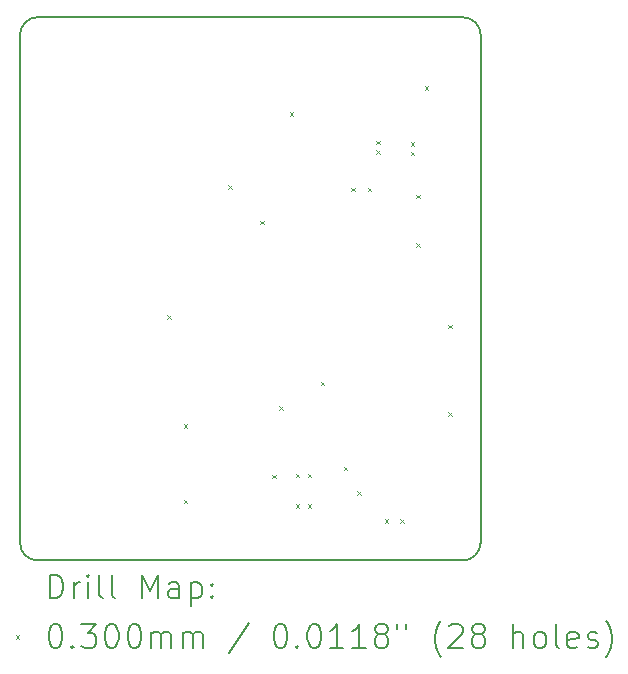
<source format=gbr>
%TF.GenerationSoftware,KiCad,Pcbnew,8.0.4*%
%TF.CreationDate,2025-03-17T12:40:50-07:00*%
%TF.ProjectId,displaypcb,64697370-6c61-4797-9063-622e6b696361,2*%
%TF.SameCoordinates,Original*%
%TF.FileFunction,Drillmap*%
%TF.FilePolarity,Positive*%
%FSLAX45Y45*%
G04 Gerber Fmt 4.5, Leading zero omitted, Abs format (unit mm)*
G04 Created by KiCad (PCBNEW 8.0.4) date 2025-03-17 12:40:50*
%MOMM*%
%LPD*%
G01*
G04 APERTURE LIST*
%ADD10C,0.150000*%
%ADD11C,0.200000*%
%ADD12C,0.100000*%
G04 APERTURE END LIST*
D10*
X11500000Y-12150000D02*
G75*
G02*
X11350000Y-12300000I-150000J0D01*
G01*
X7600000Y-7850000D02*
X7600000Y-12150000D01*
X7750000Y-12300000D02*
G75*
G02*
X7600000Y-12150000I0J150000D01*
G01*
X11350000Y-12300000D02*
X7750000Y-12300000D01*
X11500000Y-7850000D02*
X11500000Y-12150000D01*
X11350000Y-7700000D02*
G75*
G02*
X11500000Y-7850000I0J-150000D01*
G01*
X7750000Y-7700000D02*
X11350000Y-7700000D01*
X7600000Y-7850000D02*
G75*
G02*
X7750000Y-7700000I150000J0D01*
G01*
D11*
D12*
X8845000Y-10225000D02*
X8875000Y-10255000D01*
X8875000Y-10225000D02*
X8845000Y-10255000D01*
X8985000Y-11145000D02*
X9015000Y-11175000D01*
X9015000Y-11145000D02*
X8985000Y-11175000D01*
X8985000Y-11785000D02*
X9015000Y-11815000D01*
X9015000Y-11785000D02*
X8985000Y-11815000D01*
X9365000Y-9125000D02*
X9395000Y-9155000D01*
X9395000Y-9125000D02*
X9365000Y-9155000D01*
X9635000Y-9425000D02*
X9665000Y-9455000D01*
X9665000Y-9425000D02*
X9635000Y-9455000D01*
X9735000Y-11575000D02*
X9765000Y-11605000D01*
X9765000Y-11575000D02*
X9735000Y-11605000D01*
X9795000Y-10995000D02*
X9825000Y-11025000D01*
X9825000Y-10995000D02*
X9795000Y-11025000D01*
X9885000Y-8505000D02*
X9915000Y-8535000D01*
X9915000Y-8505000D02*
X9885000Y-8535000D01*
X9935000Y-11565000D02*
X9965000Y-11595000D01*
X9965000Y-11565000D02*
X9935000Y-11595000D01*
X9935000Y-11825000D02*
X9965000Y-11855000D01*
X9965000Y-11825000D02*
X9935000Y-11855000D01*
X10035000Y-11565000D02*
X10065000Y-11595000D01*
X10065000Y-11565000D02*
X10035000Y-11595000D01*
X10035000Y-11825000D02*
X10065000Y-11855000D01*
X10065000Y-11825000D02*
X10035000Y-11855000D01*
X10145000Y-10785000D02*
X10175000Y-10815000D01*
X10175000Y-10785000D02*
X10145000Y-10815000D01*
X10340000Y-11505000D02*
X10370000Y-11535000D01*
X10370000Y-11505000D02*
X10340000Y-11535000D01*
X10405000Y-9145000D02*
X10435000Y-9175000D01*
X10435000Y-9145000D02*
X10405000Y-9175000D01*
X10455000Y-11715000D02*
X10485000Y-11745000D01*
X10485000Y-11715000D02*
X10455000Y-11745000D01*
X10545000Y-9145000D02*
X10575000Y-9175000D01*
X10575000Y-9145000D02*
X10545000Y-9175000D01*
X10615000Y-8745000D02*
X10645000Y-8775000D01*
X10645000Y-8745000D02*
X10615000Y-8775000D01*
X10615000Y-8825000D02*
X10645000Y-8855000D01*
X10645000Y-8825000D02*
X10615000Y-8855000D01*
X10690000Y-11950000D02*
X10720000Y-11980000D01*
X10720000Y-11950000D02*
X10690000Y-11980000D01*
X10820000Y-11950000D02*
X10850000Y-11980000D01*
X10850000Y-11950000D02*
X10820000Y-11980000D01*
X10910000Y-8760000D02*
X10940000Y-8790000D01*
X10940000Y-8760000D02*
X10910000Y-8790000D01*
X10910000Y-8840000D02*
X10940000Y-8870000D01*
X10940000Y-8840000D02*
X10910000Y-8870000D01*
X10955000Y-9205000D02*
X10985000Y-9235000D01*
X10985000Y-9205000D02*
X10955000Y-9235000D01*
X10955000Y-9615000D02*
X10985000Y-9645000D01*
X10985000Y-9615000D02*
X10955000Y-9645000D01*
X11025000Y-8285000D02*
X11055000Y-8315000D01*
X11055000Y-8285000D02*
X11025000Y-8315000D01*
X11225000Y-10305000D02*
X11255000Y-10335000D01*
X11255000Y-10305000D02*
X11225000Y-10335000D01*
X11225000Y-11045000D02*
X11255000Y-11075000D01*
X11255000Y-11045000D02*
X11225000Y-11075000D01*
D11*
X7853277Y-12618984D02*
X7853277Y-12418984D01*
X7853277Y-12418984D02*
X7900896Y-12418984D01*
X7900896Y-12418984D02*
X7929467Y-12428508D01*
X7929467Y-12428508D02*
X7948515Y-12447555D01*
X7948515Y-12447555D02*
X7958039Y-12466603D01*
X7958039Y-12466603D02*
X7967562Y-12504698D01*
X7967562Y-12504698D02*
X7967562Y-12533269D01*
X7967562Y-12533269D02*
X7958039Y-12571365D01*
X7958039Y-12571365D02*
X7948515Y-12590412D01*
X7948515Y-12590412D02*
X7929467Y-12609460D01*
X7929467Y-12609460D02*
X7900896Y-12618984D01*
X7900896Y-12618984D02*
X7853277Y-12618984D01*
X8053277Y-12618984D02*
X8053277Y-12485650D01*
X8053277Y-12523746D02*
X8062801Y-12504698D01*
X8062801Y-12504698D02*
X8072324Y-12495174D01*
X8072324Y-12495174D02*
X8091372Y-12485650D01*
X8091372Y-12485650D02*
X8110420Y-12485650D01*
X8177086Y-12618984D02*
X8177086Y-12485650D01*
X8177086Y-12418984D02*
X8167562Y-12428508D01*
X8167562Y-12428508D02*
X8177086Y-12438031D01*
X8177086Y-12438031D02*
X8186610Y-12428508D01*
X8186610Y-12428508D02*
X8177086Y-12418984D01*
X8177086Y-12418984D02*
X8177086Y-12438031D01*
X8300896Y-12618984D02*
X8281848Y-12609460D01*
X8281848Y-12609460D02*
X8272324Y-12590412D01*
X8272324Y-12590412D02*
X8272324Y-12418984D01*
X8405658Y-12618984D02*
X8386610Y-12609460D01*
X8386610Y-12609460D02*
X8377086Y-12590412D01*
X8377086Y-12590412D02*
X8377086Y-12418984D01*
X8634229Y-12618984D02*
X8634229Y-12418984D01*
X8634229Y-12418984D02*
X8700896Y-12561841D01*
X8700896Y-12561841D02*
X8767563Y-12418984D01*
X8767563Y-12418984D02*
X8767563Y-12618984D01*
X8948515Y-12618984D02*
X8948515Y-12514222D01*
X8948515Y-12514222D02*
X8938991Y-12495174D01*
X8938991Y-12495174D02*
X8919944Y-12485650D01*
X8919944Y-12485650D02*
X8881848Y-12485650D01*
X8881848Y-12485650D02*
X8862801Y-12495174D01*
X8948515Y-12609460D02*
X8929467Y-12618984D01*
X8929467Y-12618984D02*
X8881848Y-12618984D01*
X8881848Y-12618984D02*
X8862801Y-12609460D01*
X8862801Y-12609460D02*
X8853277Y-12590412D01*
X8853277Y-12590412D02*
X8853277Y-12571365D01*
X8853277Y-12571365D02*
X8862801Y-12552317D01*
X8862801Y-12552317D02*
X8881848Y-12542793D01*
X8881848Y-12542793D02*
X8929467Y-12542793D01*
X8929467Y-12542793D02*
X8948515Y-12533269D01*
X9043753Y-12485650D02*
X9043753Y-12685650D01*
X9043753Y-12495174D02*
X9062801Y-12485650D01*
X9062801Y-12485650D02*
X9100896Y-12485650D01*
X9100896Y-12485650D02*
X9119944Y-12495174D01*
X9119944Y-12495174D02*
X9129467Y-12504698D01*
X9129467Y-12504698D02*
X9138991Y-12523746D01*
X9138991Y-12523746D02*
X9138991Y-12580888D01*
X9138991Y-12580888D02*
X9129467Y-12599936D01*
X9129467Y-12599936D02*
X9119944Y-12609460D01*
X9119944Y-12609460D02*
X9100896Y-12618984D01*
X9100896Y-12618984D02*
X9062801Y-12618984D01*
X9062801Y-12618984D02*
X9043753Y-12609460D01*
X9224705Y-12599936D02*
X9234229Y-12609460D01*
X9234229Y-12609460D02*
X9224705Y-12618984D01*
X9224705Y-12618984D02*
X9215182Y-12609460D01*
X9215182Y-12609460D02*
X9224705Y-12599936D01*
X9224705Y-12599936D02*
X9224705Y-12618984D01*
X9224705Y-12495174D02*
X9234229Y-12504698D01*
X9234229Y-12504698D02*
X9224705Y-12514222D01*
X9224705Y-12514222D02*
X9215182Y-12504698D01*
X9215182Y-12504698D02*
X9224705Y-12495174D01*
X9224705Y-12495174D02*
X9224705Y-12514222D01*
D12*
X7562500Y-12932500D02*
X7592500Y-12962500D01*
X7592500Y-12932500D02*
X7562500Y-12962500D01*
D11*
X7891372Y-12838984D02*
X7910420Y-12838984D01*
X7910420Y-12838984D02*
X7929467Y-12848508D01*
X7929467Y-12848508D02*
X7938991Y-12858031D01*
X7938991Y-12858031D02*
X7948515Y-12877079D01*
X7948515Y-12877079D02*
X7958039Y-12915174D01*
X7958039Y-12915174D02*
X7958039Y-12962793D01*
X7958039Y-12962793D02*
X7948515Y-13000888D01*
X7948515Y-13000888D02*
X7938991Y-13019936D01*
X7938991Y-13019936D02*
X7929467Y-13029460D01*
X7929467Y-13029460D02*
X7910420Y-13038984D01*
X7910420Y-13038984D02*
X7891372Y-13038984D01*
X7891372Y-13038984D02*
X7872324Y-13029460D01*
X7872324Y-13029460D02*
X7862801Y-13019936D01*
X7862801Y-13019936D02*
X7853277Y-13000888D01*
X7853277Y-13000888D02*
X7843753Y-12962793D01*
X7843753Y-12962793D02*
X7843753Y-12915174D01*
X7843753Y-12915174D02*
X7853277Y-12877079D01*
X7853277Y-12877079D02*
X7862801Y-12858031D01*
X7862801Y-12858031D02*
X7872324Y-12848508D01*
X7872324Y-12848508D02*
X7891372Y-12838984D01*
X8043753Y-13019936D02*
X8053277Y-13029460D01*
X8053277Y-13029460D02*
X8043753Y-13038984D01*
X8043753Y-13038984D02*
X8034229Y-13029460D01*
X8034229Y-13029460D02*
X8043753Y-13019936D01*
X8043753Y-13019936D02*
X8043753Y-13038984D01*
X8119943Y-12838984D02*
X8243753Y-12838984D01*
X8243753Y-12838984D02*
X8177086Y-12915174D01*
X8177086Y-12915174D02*
X8205658Y-12915174D01*
X8205658Y-12915174D02*
X8224705Y-12924698D01*
X8224705Y-12924698D02*
X8234229Y-12934222D01*
X8234229Y-12934222D02*
X8243753Y-12953269D01*
X8243753Y-12953269D02*
X8243753Y-13000888D01*
X8243753Y-13000888D02*
X8234229Y-13019936D01*
X8234229Y-13019936D02*
X8224705Y-13029460D01*
X8224705Y-13029460D02*
X8205658Y-13038984D01*
X8205658Y-13038984D02*
X8148515Y-13038984D01*
X8148515Y-13038984D02*
X8129467Y-13029460D01*
X8129467Y-13029460D02*
X8119943Y-13019936D01*
X8367562Y-12838984D02*
X8386610Y-12838984D01*
X8386610Y-12838984D02*
X8405658Y-12848508D01*
X8405658Y-12848508D02*
X8415182Y-12858031D01*
X8415182Y-12858031D02*
X8424705Y-12877079D01*
X8424705Y-12877079D02*
X8434229Y-12915174D01*
X8434229Y-12915174D02*
X8434229Y-12962793D01*
X8434229Y-12962793D02*
X8424705Y-13000888D01*
X8424705Y-13000888D02*
X8415182Y-13019936D01*
X8415182Y-13019936D02*
X8405658Y-13029460D01*
X8405658Y-13029460D02*
X8386610Y-13038984D01*
X8386610Y-13038984D02*
X8367562Y-13038984D01*
X8367562Y-13038984D02*
X8348515Y-13029460D01*
X8348515Y-13029460D02*
X8338991Y-13019936D01*
X8338991Y-13019936D02*
X8329467Y-13000888D01*
X8329467Y-13000888D02*
X8319943Y-12962793D01*
X8319943Y-12962793D02*
X8319943Y-12915174D01*
X8319943Y-12915174D02*
X8329467Y-12877079D01*
X8329467Y-12877079D02*
X8338991Y-12858031D01*
X8338991Y-12858031D02*
X8348515Y-12848508D01*
X8348515Y-12848508D02*
X8367562Y-12838984D01*
X8558039Y-12838984D02*
X8577086Y-12838984D01*
X8577086Y-12838984D02*
X8596134Y-12848508D01*
X8596134Y-12848508D02*
X8605658Y-12858031D01*
X8605658Y-12858031D02*
X8615182Y-12877079D01*
X8615182Y-12877079D02*
X8624705Y-12915174D01*
X8624705Y-12915174D02*
X8624705Y-12962793D01*
X8624705Y-12962793D02*
X8615182Y-13000888D01*
X8615182Y-13000888D02*
X8605658Y-13019936D01*
X8605658Y-13019936D02*
X8596134Y-13029460D01*
X8596134Y-13029460D02*
X8577086Y-13038984D01*
X8577086Y-13038984D02*
X8558039Y-13038984D01*
X8558039Y-13038984D02*
X8538991Y-13029460D01*
X8538991Y-13029460D02*
X8529467Y-13019936D01*
X8529467Y-13019936D02*
X8519944Y-13000888D01*
X8519944Y-13000888D02*
X8510420Y-12962793D01*
X8510420Y-12962793D02*
X8510420Y-12915174D01*
X8510420Y-12915174D02*
X8519944Y-12877079D01*
X8519944Y-12877079D02*
X8529467Y-12858031D01*
X8529467Y-12858031D02*
X8538991Y-12848508D01*
X8538991Y-12848508D02*
X8558039Y-12838984D01*
X8710420Y-13038984D02*
X8710420Y-12905650D01*
X8710420Y-12924698D02*
X8719944Y-12915174D01*
X8719944Y-12915174D02*
X8738991Y-12905650D01*
X8738991Y-12905650D02*
X8767563Y-12905650D01*
X8767563Y-12905650D02*
X8786610Y-12915174D01*
X8786610Y-12915174D02*
X8796134Y-12934222D01*
X8796134Y-12934222D02*
X8796134Y-13038984D01*
X8796134Y-12934222D02*
X8805658Y-12915174D01*
X8805658Y-12915174D02*
X8824705Y-12905650D01*
X8824705Y-12905650D02*
X8853277Y-12905650D01*
X8853277Y-12905650D02*
X8872325Y-12915174D01*
X8872325Y-12915174D02*
X8881848Y-12934222D01*
X8881848Y-12934222D02*
X8881848Y-13038984D01*
X8977086Y-13038984D02*
X8977086Y-12905650D01*
X8977086Y-12924698D02*
X8986610Y-12915174D01*
X8986610Y-12915174D02*
X9005658Y-12905650D01*
X9005658Y-12905650D02*
X9034229Y-12905650D01*
X9034229Y-12905650D02*
X9053277Y-12915174D01*
X9053277Y-12915174D02*
X9062801Y-12934222D01*
X9062801Y-12934222D02*
X9062801Y-13038984D01*
X9062801Y-12934222D02*
X9072325Y-12915174D01*
X9072325Y-12915174D02*
X9091372Y-12905650D01*
X9091372Y-12905650D02*
X9119944Y-12905650D01*
X9119944Y-12905650D02*
X9138991Y-12915174D01*
X9138991Y-12915174D02*
X9148515Y-12934222D01*
X9148515Y-12934222D02*
X9148515Y-13038984D01*
X9538991Y-12829460D02*
X9367563Y-13086603D01*
X9796134Y-12838984D02*
X9815182Y-12838984D01*
X9815182Y-12838984D02*
X9834229Y-12848508D01*
X9834229Y-12848508D02*
X9843753Y-12858031D01*
X9843753Y-12858031D02*
X9853277Y-12877079D01*
X9853277Y-12877079D02*
X9862801Y-12915174D01*
X9862801Y-12915174D02*
X9862801Y-12962793D01*
X9862801Y-12962793D02*
X9853277Y-13000888D01*
X9853277Y-13000888D02*
X9843753Y-13019936D01*
X9843753Y-13019936D02*
X9834229Y-13029460D01*
X9834229Y-13029460D02*
X9815182Y-13038984D01*
X9815182Y-13038984D02*
X9796134Y-13038984D01*
X9796134Y-13038984D02*
X9777087Y-13029460D01*
X9777087Y-13029460D02*
X9767563Y-13019936D01*
X9767563Y-13019936D02*
X9758039Y-13000888D01*
X9758039Y-13000888D02*
X9748515Y-12962793D01*
X9748515Y-12962793D02*
X9748515Y-12915174D01*
X9748515Y-12915174D02*
X9758039Y-12877079D01*
X9758039Y-12877079D02*
X9767563Y-12858031D01*
X9767563Y-12858031D02*
X9777087Y-12848508D01*
X9777087Y-12848508D02*
X9796134Y-12838984D01*
X9948515Y-13019936D02*
X9958039Y-13029460D01*
X9958039Y-13029460D02*
X9948515Y-13038984D01*
X9948515Y-13038984D02*
X9938991Y-13029460D01*
X9938991Y-13029460D02*
X9948515Y-13019936D01*
X9948515Y-13019936D02*
X9948515Y-13038984D01*
X10081848Y-12838984D02*
X10100896Y-12838984D01*
X10100896Y-12838984D02*
X10119944Y-12848508D01*
X10119944Y-12848508D02*
X10129468Y-12858031D01*
X10129468Y-12858031D02*
X10138991Y-12877079D01*
X10138991Y-12877079D02*
X10148515Y-12915174D01*
X10148515Y-12915174D02*
X10148515Y-12962793D01*
X10148515Y-12962793D02*
X10138991Y-13000888D01*
X10138991Y-13000888D02*
X10129468Y-13019936D01*
X10129468Y-13019936D02*
X10119944Y-13029460D01*
X10119944Y-13029460D02*
X10100896Y-13038984D01*
X10100896Y-13038984D02*
X10081848Y-13038984D01*
X10081848Y-13038984D02*
X10062801Y-13029460D01*
X10062801Y-13029460D02*
X10053277Y-13019936D01*
X10053277Y-13019936D02*
X10043753Y-13000888D01*
X10043753Y-13000888D02*
X10034229Y-12962793D01*
X10034229Y-12962793D02*
X10034229Y-12915174D01*
X10034229Y-12915174D02*
X10043753Y-12877079D01*
X10043753Y-12877079D02*
X10053277Y-12858031D01*
X10053277Y-12858031D02*
X10062801Y-12848508D01*
X10062801Y-12848508D02*
X10081848Y-12838984D01*
X10338991Y-13038984D02*
X10224706Y-13038984D01*
X10281848Y-13038984D02*
X10281848Y-12838984D01*
X10281848Y-12838984D02*
X10262801Y-12867555D01*
X10262801Y-12867555D02*
X10243753Y-12886603D01*
X10243753Y-12886603D02*
X10224706Y-12896127D01*
X10529468Y-13038984D02*
X10415182Y-13038984D01*
X10472325Y-13038984D02*
X10472325Y-12838984D01*
X10472325Y-12838984D02*
X10453277Y-12867555D01*
X10453277Y-12867555D02*
X10434229Y-12886603D01*
X10434229Y-12886603D02*
X10415182Y-12896127D01*
X10643753Y-12924698D02*
X10624706Y-12915174D01*
X10624706Y-12915174D02*
X10615182Y-12905650D01*
X10615182Y-12905650D02*
X10605658Y-12886603D01*
X10605658Y-12886603D02*
X10605658Y-12877079D01*
X10605658Y-12877079D02*
X10615182Y-12858031D01*
X10615182Y-12858031D02*
X10624706Y-12848508D01*
X10624706Y-12848508D02*
X10643753Y-12838984D01*
X10643753Y-12838984D02*
X10681849Y-12838984D01*
X10681849Y-12838984D02*
X10700896Y-12848508D01*
X10700896Y-12848508D02*
X10710420Y-12858031D01*
X10710420Y-12858031D02*
X10719944Y-12877079D01*
X10719944Y-12877079D02*
X10719944Y-12886603D01*
X10719944Y-12886603D02*
X10710420Y-12905650D01*
X10710420Y-12905650D02*
X10700896Y-12915174D01*
X10700896Y-12915174D02*
X10681849Y-12924698D01*
X10681849Y-12924698D02*
X10643753Y-12924698D01*
X10643753Y-12924698D02*
X10624706Y-12934222D01*
X10624706Y-12934222D02*
X10615182Y-12943746D01*
X10615182Y-12943746D02*
X10605658Y-12962793D01*
X10605658Y-12962793D02*
X10605658Y-13000888D01*
X10605658Y-13000888D02*
X10615182Y-13019936D01*
X10615182Y-13019936D02*
X10624706Y-13029460D01*
X10624706Y-13029460D02*
X10643753Y-13038984D01*
X10643753Y-13038984D02*
X10681849Y-13038984D01*
X10681849Y-13038984D02*
X10700896Y-13029460D01*
X10700896Y-13029460D02*
X10710420Y-13019936D01*
X10710420Y-13019936D02*
X10719944Y-13000888D01*
X10719944Y-13000888D02*
X10719944Y-12962793D01*
X10719944Y-12962793D02*
X10710420Y-12943746D01*
X10710420Y-12943746D02*
X10700896Y-12934222D01*
X10700896Y-12934222D02*
X10681849Y-12924698D01*
X10796134Y-12838984D02*
X10796134Y-12877079D01*
X10872325Y-12838984D02*
X10872325Y-12877079D01*
X11167563Y-13115174D02*
X11158039Y-13105650D01*
X11158039Y-13105650D02*
X11138991Y-13077079D01*
X11138991Y-13077079D02*
X11129468Y-13058031D01*
X11129468Y-13058031D02*
X11119944Y-13029460D01*
X11119944Y-13029460D02*
X11110420Y-12981841D01*
X11110420Y-12981841D02*
X11110420Y-12943746D01*
X11110420Y-12943746D02*
X11119944Y-12896127D01*
X11119944Y-12896127D02*
X11129468Y-12867555D01*
X11129468Y-12867555D02*
X11138991Y-12848508D01*
X11138991Y-12848508D02*
X11158039Y-12819936D01*
X11158039Y-12819936D02*
X11167563Y-12810412D01*
X11234229Y-12858031D02*
X11243753Y-12848508D01*
X11243753Y-12848508D02*
X11262801Y-12838984D01*
X11262801Y-12838984D02*
X11310420Y-12838984D01*
X11310420Y-12838984D02*
X11329468Y-12848508D01*
X11329468Y-12848508D02*
X11338991Y-12858031D01*
X11338991Y-12858031D02*
X11348515Y-12877079D01*
X11348515Y-12877079D02*
X11348515Y-12896127D01*
X11348515Y-12896127D02*
X11338991Y-12924698D01*
X11338991Y-12924698D02*
X11224706Y-13038984D01*
X11224706Y-13038984D02*
X11348515Y-13038984D01*
X11462801Y-12924698D02*
X11443753Y-12915174D01*
X11443753Y-12915174D02*
X11434229Y-12905650D01*
X11434229Y-12905650D02*
X11424706Y-12886603D01*
X11424706Y-12886603D02*
X11424706Y-12877079D01*
X11424706Y-12877079D02*
X11434229Y-12858031D01*
X11434229Y-12858031D02*
X11443753Y-12848508D01*
X11443753Y-12848508D02*
X11462801Y-12838984D01*
X11462801Y-12838984D02*
X11500896Y-12838984D01*
X11500896Y-12838984D02*
X11519944Y-12848508D01*
X11519944Y-12848508D02*
X11529468Y-12858031D01*
X11529468Y-12858031D02*
X11538991Y-12877079D01*
X11538991Y-12877079D02*
X11538991Y-12886603D01*
X11538991Y-12886603D02*
X11529468Y-12905650D01*
X11529468Y-12905650D02*
X11519944Y-12915174D01*
X11519944Y-12915174D02*
X11500896Y-12924698D01*
X11500896Y-12924698D02*
X11462801Y-12924698D01*
X11462801Y-12924698D02*
X11443753Y-12934222D01*
X11443753Y-12934222D02*
X11434229Y-12943746D01*
X11434229Y-12943746D02*
X11424706Y-12962793D01*
X11424706Y-12962793D02*
X11424706Y-13000888D01*
X11424706Y-13000888D02*
X11434229Y-13019936D01*
X11434229Y-13019936D02*
X11443753Y-13029460D01*
X11443753Y-13029460D02*
X11462801Y-13038984D01*
X11462801Y-13038984D02*
X11500896Y-13038984D01*
X11500896Y-13038984D02*
X11519944Y-13029460D01*
X11519944Y-13029460D02*
X11529468Y-13019936D01*
X11529468Y-13019936D02*
X11538991Y-13000888D01*
X11538991Y-13000888D02*
X11538991Y-12962793D01*
X11538991Y-12962793D02*
X11529468Y-12943746D01*
X11529468Y-12943746D02*
X11519944Y-12934222D01*
X11519944Y-12934222D02*
X11500896Y-12924698D01*
X11777087Y-13038984D02*
X11777087Y-12838984D01*
X11862801Y-13038984D02*
X11862801Y-12934222D01*
X11862801Y-12934222D02*
X11853277Y-12915174D01*
X11853277Y-12915174D02*
X11834230Y-12905650D01*
X11834230Y-12905650D02*
X11805658Y-12905650D01*
X11805658Y-12905650D02*
X11786610Y-12915174D01*
X11786610Y-12915174D02*
X11777087Y-12924698D01*
X11986610Y-13038984D02*
X11967563Y-13029460D01*
X11967563Y-13029460D02*
X11958039Y-13019936D01*
X11958039Y-13019936D02*
X11948515Y-13000888D01*
X11948515Y-13000888D02*
X11948515Y-12943746D01*
X11948515Y-12943746D02*
X11958039Y-12924698D01*
X11958039Y-12924698D02*
X11967563Y-12915174D01*
X11967563Y-12915174D02*
X11986610Y-12905650D01*
X11986610Y-12905650D02*
X12015182Y-12905650D01*
X12015182Y-12905650D02*
X12034230Y-12915174D01*
X12034230Y-12915174D02*
X12043753Y-12924698D01*
X12043753Y-12924698D02*
X12053277Y-12943746D01*
X12053277Y-12943746D02*
X12053277Y-13000888D01*
X12053277Y-13000888D02*
X12043753Y-13019936D01*
X12043753Y-13019936D02*
X12034230Y-13029460D01*
X12034230Y-13029460D02*
X12015182Y-13038984D01*
X12015182Y-13038984D02*
X11986610Y-13038984D01*
X12167563Y-13038984D02*
X12148515Y-13029460D01*
X12148515Y-13029460D02*
X12138991Y-13010412D01*
X12138991Y-13010412D02*
X12138991Y-12838984D01*
X12319944Y-13029460D02*
X12300896Y-13038984D01*
X12300896Y-13038984D02*
X12262801Y-13038984D01*
X12262801Y-13038984D02*
X12243753Y-13029460D01*
X12243753Y-13029460D02*
X12234230Y-13010412D01*
X12234230Y-13010412D02*
X12234230Y-12934222D01*
X12234230Y-12934222D02*
X12243753Y-12915174D01*
X12243753Y-12915174D02*
X12262801Y-12905650D01*
X12262801Y-12905650D02*
X12300896Y-12905650D01*
X12300896Y-12905650D02*
X12319944Y-12915174D01*
X12319944Y-12915174D02*
X12329468Y-12934222D01*
X12329468Y-12934222D02*
X12329468Y-12953269D01*
X12329468Y-12953269D02*
X12234230Y-12972317D01*
X12405658Y-13029460D02*
X12424706Y-13038984D01*
X12424706Y-13038984D02*
X12462801Y-13038984D01*
X12462801Y-13038984D02*
X12481849Y-13029460D01*
X12481849Y-13029460D02*
X12491372Y-13010412D01*
X12491372Y-13010412D02*
X12491372Y-13000888D01*
X12491372Y-13000888D02*
X12481849Y-12981841D01*
X12481849Y-12981841D02*
X12462801Y-12972317D01*
X12462801Y-12972317D02*
X12434230Y-12972317D01*
X12434230Y-12972317D02*
X12415182Y-12962793D01*
X12415182Y-12962793D02*
X12405658Y-12943746D01*
X12405658Y-12943746D02*
X12405658Y-12934222D01*
X12405658Y-12934222D02*
X12415182Y-12915174D01*
X12415182Y-12915174D02*
X12434230Y-12905650D01*
X12434230Y-12905650D02*
X12462801Y-12905650D01*
X12462801Y-12905650D02*
X12481849Y-12915174D01*
X12558039Y-13115174D02*
X12567563Y-13105650D01*
X12567563Y-13105650D02*
X12586611Y-13077079D01*
X12586611Y-13077079D02*
X12596134Y-13058031D01*
X12596134Y-13058031D02*
X12605658Y-13029460D01*
X12605658Y-13029460D02*
X12615182Y-12981841D01*
X12615182Y-12981841D02*
X12615182Y-12943746D01*
X12615182Y-12943746D02*
X12605658Y-12896127D01*
X12605658Y-12896127D02*
X12596134Y-12867555D01*
X12596134Y-12867555D02*
X12586611Y-12848508D01*
X12586611Y-12848508D02*
X12567563Y-12819936D01*
X12567563Y-12819936D02*
X12558039Y-12810412D01*
M02*

</source>
